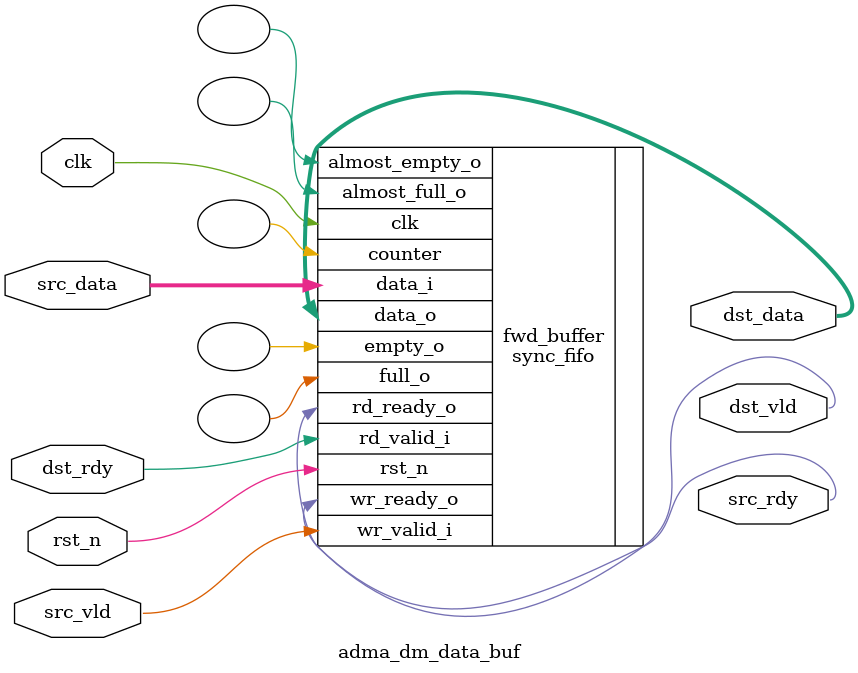
<source format=v>
module adma_dm_data_buf
#(
    // AXI Interface
    parameter ATX_SRC_DATA_W    = 256,
    parameter ATX_DST_DATA_W    = 256
) (
    input                           clk,
    input                           rst_n,
    // Source data
    input   [ATX_SRC_DATA_W-1:0]    src_data,
    input                           src_vld,
    output                          src_rdy,
    // Destination data
    output  [ATX_DST_DATA_W-1:0]    dst_data,
    output                          dst_vld,
    input                           dst_rdy
);
    // TODO: Update later
    // -> Upsizer / Downsizer
    // -> FIFO synchronizer
    // In the first version, I just store and forward the data from source to destination. Therefor, you can bypass this :v 

    sync_fifo #(
        .FIFO_TYPE      (1),    // Normal type
        .DATA_WIDTH     (ATX_SRC_DATA_W),
        .IN_DATA_WIDTH  (ATX_SRC_DATA_W),
        .OUT_DATA_WIDTH (ATX_DST_DATA_W),
        .FIFO_DEPTH     (2)
    ) fwd_buffer (
        .clk            (clk),
        .data_i         (src_data),
        .wr_valid_i     (src_vld),
        .wr_ready_o     (src_rdy),
        .data_o         (dst_data),
        .rd_ready_o     (dst_vld),
        .rd_valid_i     (dst_rdy),
        .empty_o        (),
        .full_o         (),
        .almost_empty_o (),
        .almost_full_o  (),
        .counter        (),
        .rst_n          (rst_n)
    );
    
endmodule
</source>
